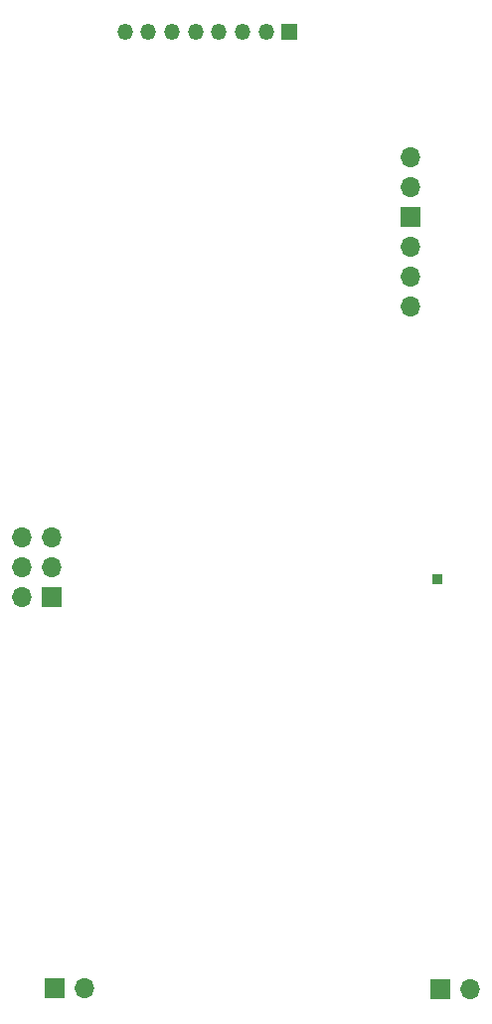
<source format=gbr>
%TF.GenerationSoftware,KiCad,Pcbnew,(5.1.9)-1*%
%TF.CreationDate,2021-03-11T14:12:12+01:00*%
%TF.ProjectId,HB-RC-12-EP-2,48422d52-432d-4313-922d-45502d322e6b,rev?*%
%TF.SameCoordinates,Original*%
%TF.FileFunction,Soldermask,Bot*%
%TF.FilePolarity,Negative*%
%FSLAX46Y46*%
G04 Gerber Fmt 4.6, Leading zero omitted, Abs format (unit mm)*
G04 Created by KiCad (PCBNEW (5.1.9)-1) date 2021-03-11 14:12:12*
%MOMM*%
%LPD*%
G01*
G04 APERTURE LIST*
%ADD10O,1.700000X1.700000*%
%ADD11R,1.700000X1.700000*%
%ADD12O,1.350000X1.350000*%
%ADD13R,1.350000X1.350000*%
%ADD14R,0.850000X0.850000*%
G04 APERTURE END LIST*
D10*
%TO.C,FTDI1*%
X128650000Y-99150000D03*
X128650000Y-96610000D03*
X128650000Y-94070000D03*
D11*
X128650000Y-91530000D03*
D10*
X128650000Y-88990000D03*
X128650000Y-86450000D03*
%TD*%
D12*
%TO.C,K1*%
X104350000Y-75750000D03*
X106350000Y-75750000D03*
X108350000Y-75750000D03*
X110350000Y-75750000D03*
X112350000Y-75750000D03*
X114350000Y-75750000D03*
X116350000Y-75750000D03*
D13*
X118350000Y-75750000D03*
%TD*%
D10*
%TO.C,+*%
X100890000Y-157100000D03*
D11*
X98350000Y-157100000D03*
%TD*%
D10*
%TO.C,+*%
X133790000Y-157250000D03*
D11*
X131250000Y-157250000D03*
%TD*%
D14*
%TO.C,J1*%
X130950000Y-122350000D03*
%TD*%
D10*
%TO.C,ISP1*%
X98090000Y-118810000D03*
X95550000Y-118810000D03*
X98090000Y-121350000D03*
X95550000Y-121350000D03*
D11*
X98090000Y-123890000D03*
D10*
X95550000Y-123890000D03*
%TD*%
M02*

</source>
